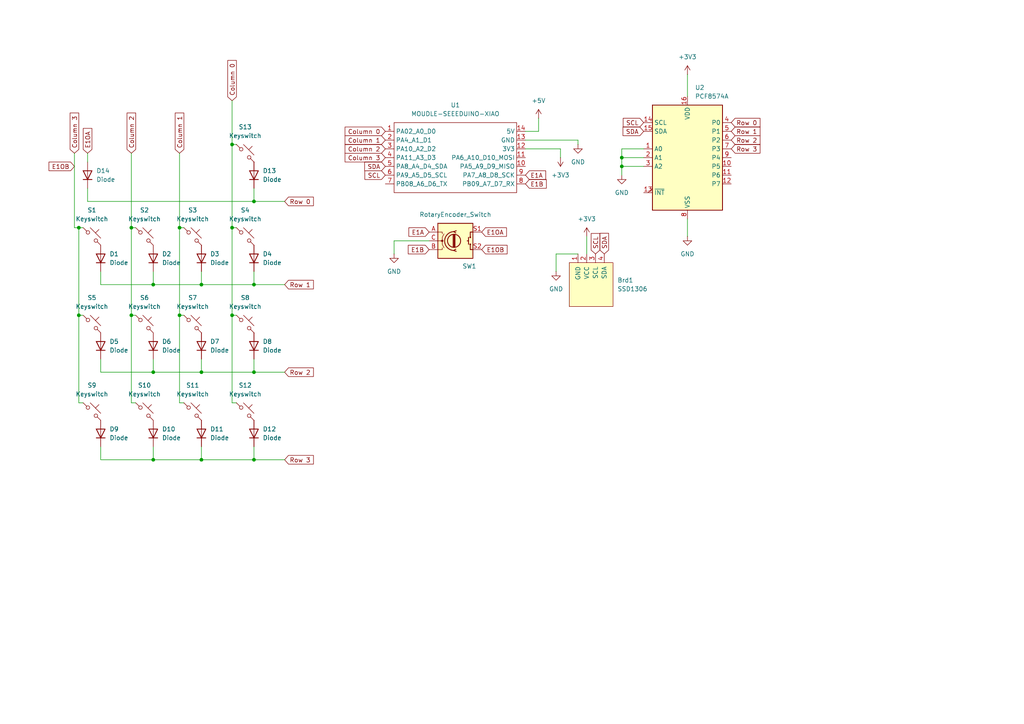
<source format=kicad_sch>
(kicad_sch (version 20231120) (generator "eeschema") (generator_version "8.0")
  (paper "A4")
  (lib_symbols
    (symbol "Device:RotaryEncoder_Switch" (pin_names (offset 0.254) hide)
      (property "Reference" "SW" (at 0 6.604 0))
      (property "Value" "RotaryEncoder_Switch" (at 0 -6.604 0))
      (symbol "RotaryEncoder_Switch_0_1"
        (rectangle (start -5.08 5.08) (end 5.08 -5.08) (stroke (width 0.254)) (fill (type background)))
        (circle (center -3.81 0) (radius 0.254) (fill (type outline)))
        (circle (center -0.381 0) (radius 1.905) (stroke (width 0.254)))
        (arc (start -0.381 2.667) (mid -3.0988 -0.0635) (end -0.381 -2.794) (stroke (width 0.254)))
        (polyline (pts (xy -0.635 -1.778) (xy -0.635 1.778)) (stroke (width 0.254)))
        (polyline (pts (xy -0.381 -1.778) (xy -0.381 1.778)) (stroke (width 0.254)))
        (polyline (pts (xy -0.127 1.778) (xy -0.127 -1.778)) (stroke (width 0.254)))
        (polyline (pts (xy 3.81 0) (xy 3.429 0)) (stroke (width 0.254)))
        (polyline (pts (xy 3.81 1.016) (xy 3.81 -1.016)) (stroke (width 0.254)))
        (polyline (pts (xy -5.08 -2.54) (xy -3.81 -2.54) (xy -3.81 -2.032)))
        (polyline (pts (xy -5.08 2.54) (xy -3.81 2.54) (xy -3.81 2.032)))
        (polyline (pts (xy 0.254 -3.048) (xy -0.508 -2.794) (xy 0.127 -2.413)) (stroke (width 0.254)))
        (polyline (pts (xy 0.254 2.921) (xy -0.508 2.667) (xy 0.127 2.286)) (stroke (width 0.254)))
        (polyline (pts (xy 5.08 -2.54) (xy 4.318 -2.54) (xy 4.318 -1.016)) (stroke (width 0.254)))
        (polyline (pts (xy 5.08 2.54) (xy 4.318 2.54) (xy 4.318 1.016)) (stroke (width 0.254)))
        (polyline (pts (xy -5.08 0) (xy -3.81 0) (xy -3.81 -1.016) (xy -3.302 -2.032)))
        (polyline (pts (xy -4.318 0) (xy -3.81 0) (xy -3.81 1.016) (xy -3.302 2.032)))
        (circle (center 4.318 -1.016) (radius 0.127) (stroke (width 0.254)))
        (circle (center 4.318 1.016) (radius 0.127) (stroke (width 0.254)))
      )
      (symbol "RotaryEncoder_Switch_1_1"
        (pin passive line (at -7.62 2.54 0) (length 2.54) (name "A") (number "A"))
        (pin passive line (at -7.62 -2.54 0) (length 2.54) (name "B") (number "B"))
        (pin passive line (at -7.62 0 0) (length 2.54) (name "C") (number "C"))
        (pin passive line (at 7.62 2.54 180) (length 2.54) (name "S1") (number "S1"))
        (pin passive line (at 7.62 -2.54 180) (length 2.54) (name "S2") (number "S2"))
      )
    )
    (symbol "Interface_Expansion:PCF8574A"
      (property "Reference" "U" (at -8.89 16.51 0))
      (property "Value" "PCF8574A" (at 2.54 16.51 0))
      (symbol "PCF8574A_0_1"
        (rectangle (start -10.16 15.24) (end 10.16 -15.24) (stroke (width 0.254)) (fill (type background)))
      )
      (symbol "PCF8574A_1_1"
        (pin input line (at -12.7 2.54 0) (length 2.54) (name "A0") (number "1"))
        (pin bidirectional line (at 12.7 -2.54 180) (length 2.54) (name "P5") (number "10"))
        (pin bidirectional line (at 12.7 -5.08 180) (length 2.54) (name "P6") (number "11"))
        (pin bidirectional line (at 12.7 -7.62 180) (length 2.54) (name "P7") (number "12"))
        (pin open_collector output_low (at -12.7 -10.16 0) (length 2.54) (name "~{INT}") (number "13"))
        (pin input line (at -12.7 10.16 0) (length 2.54) (name "SCL") (number "14"))
        (pin bidirectional line (at -12.7 7.62 0) (length 2.54) (name "SDA") (number "15"))
        (pin power_in line (at 0 17.78 270) (length 2.54) (name "VDD") (number "16"))
        (pin input line (at -12.7 0 0) (length 2.54) (name "A1") (number "2"))
        (pin input line (at -12.7 -2.54 0) (length 2.54) (name "A2") (number "3"))
        (pin bidirectional line (at 12.7 10.16 180) (length 2.54) (name "P0") (number "4"))
        (pin bidirectional line (at 12.7 7.62 180) (length 2.54) (name "P1") (number "5"))
        (pin bidirectional line (at 12.7 5.08 180) (length 2.54) (name "P2") (number "6"))
        (pin bidirectional line (at 12.7 2.54 180) (length 2.54) (name "P3") (number "7"))
        (pin power_in line (at 0 -17.78 90) (length 2.54) (name "VSS") (number "8"))
        (pin bidirectional line (at 12.7 0 180) (length 2.54) (name "P4") (number "9"))
      )
    )
    (symbol "SSD1306-128x64_OLED:SSD1306" (pin_names (offset 1.016))
      (property "Reference" "Brd" (at 0 -3.81 0))
      (property "Value" "SSD1306" (at 0 -1.27 0))
      (symbol "SSD1306_0_1"
        (rectangle (start -6.35 6.35) (end 6.35 -6.35) (fill (type background)))
      )
      (symbol "SSD1306_1_1"
        (pin input line (at -3.81 8.89 270) (length 2.54) (name "GND") (number "1"))
        (pin input line (at -1.27 8.89 270) (length 2.54) (name "VCC") (number "2"))
        (pin input line (at 1.27 8.89 270) (length 2.54) (name "SCL") (number "3"))
        (pin input line (at 3.81 8.89 270) (length 2.54) (name "SDA") (number "4"))
      )
    )
    (symbol "ScottoKeebs:Placeholder_Diode" (pin_numbers hide) (pin_names hide)
      (property "Reference" "D" (at 0 2.54 0))
      (property "Value" "Diode" (at 0 -2.54 0))
      (symbol "Placeholder_Diode_0_1"
        (polyline (pts (xy -1.27 1.27) (xy -1.27 -1.27)) (stroke (width 0.254)))
        (polyline (pts (xy 1.27 0) (xy -1.27 0)))
        (polyline (pts (xy 1.27 1.27) (xy 1.27 -1.27) (xy -1.27 0) (xy 1.27 1.27)) (stroke (width 0.254)))
      )
      (symbol "Placeholder_Diode_1_1"
        (pin passive line (at -3.81 0 0) (length 2.54) (name "K") (number "1"))
        (pin passive line (at 3.81 0 180) (length 2.54) (name "A") (number "2"))
      )
    )
    (symbol "ScottoKeebs:Placeholder_Keyswitch" (pin_numbers hide) (pin_names (offset 1.016) hide)
      (property "Reference" "S" (at 3.048 1.016 0))
      (property "Value" "Keyswitch" (at 0 -3.81 0))
      (symbol "Placeholder_Keyswitch_0_1"
        (circle (center -1.1684 1.1684) (radius 0.508))
        (polyline (pts (xy -0.508 2.54) (xy 2.54 -0.508)))
        (polyline (pts (xy 1.016 1.016) (xy 2.032 2.032)))
        (polyline (pts (xy -2.54 2.54) (xy -1.524 1.524) (xy -1.524 1.524)))
        (polyline (pts (xy 1.524 -1.524) (xy 2.54 -2.54) (xy 2.54 -2.54) (xy 2.54 -2.54)))
        (circle (center 1.143 -1.1938) (radius 0.508))
        (pin passive line (at -2.54 2.54 0) (length 0) (name "1") (number "1"))
        (pin passive line (at 2.54 -2.54 180) (length 0) (name "2") (number "2"))
      )
    )
    (symbol "XIAO_RP2040:MOUDLE-SEEEDUINO-XIAO"
      (property "Reference" "U" (at -16.51 11.43 0))
      (property "Value" "MOUDLE-SEEEDUINO-XIAO" (at -3.81 -11.43 0))
      (symbol "MOUDLE-SEEEDUINO-XIAO_0_1"
        (rectangle (start -16.51 10.16) (end 19.05 -10.16))
      )
      (symbol "MOUDLE-SEEEDUINO-XIAO_1_1"
        (pin passive line (at -19.05 7.62 0) (length 2.54) (name "PA02_A0_D0") (number "1"))
        (pin passive line (at 21.59 -2.54 180) (length 2.54) (name "PA5_A9_D9_MISO") (number "10"))
        (pin passive line (at 21.59 0 180) (length 2.54) (name "PA6_A10_D10_MOSI") (number "11"))
        (pin passive line (at 21.59 2.54 180) (length 2.54) (name "3V3") (number "12"))
        (pin passive line (at 21.59 5.08 180) (length 2.54) (name "GND") (number "13"))
        (pin passive line (at 21.59 7.62 180) (length 2.54) (name "5V") (number "14"))
        (pin passive line (at -19.05 5.08 0) (length 2.54) (name "PA4_A1_D1") (number "2"))
        (pin passive line (at -19.05 2.54 0) (length 2.54) (name "PA10_A2_D2") (number "3"))
        (pin passive line (at -19.05 0 0) (length 2.54) (name "PA11_A3_D3") (number "4"))
        (pin passive line (at -19.05 -2.54 0) (length 2.54) (name "PA8_A4_D4_SDA") (number "5"))
        (pin passive line (at -19.05 -5.08 0) (length 2.54) (name "PA9_A5_D5_SCL") (number "6"))
        (pin passive line (at -19.05 -7.62 0) (length 2.54) (name "PB08_A6_D6_TX") (number "7"))
        (pin passive line (at 21.59 -7.62 180) (length 2.54) (name "PB09_A7_D7_RX") (number "8"))
        (pin passive line (at 21.59 -5.08 180) (length 2.54) (name "PA7_A8_D8_SCK") (number "9"))
      )
    )
    (symbol "power:+3V3" (power) (pin_numbers hide) (pin_names (offset 0) hide)
      (property "Value" "+3V3" (at 0 3.556 0))
      (symbol "+3V3_0_1"
        (polyline (pts (xy -0.762 1.27) (xy 0 2.54)))
        (polyline (pts (xy 0 0) (xy 0 2.54)))
        (polyline (pts (xy 0 2.54) (xy 0.762 1.27)))
      )
      (symbol "+3V3_1_1"
        (pin power_in line (at 0 0 90) (length 0) (name "~") (number "1"))
      )
    )
    (symbol "power:+5V" (power) (pin_numbers hide) (pin_names (offset 0) hide)
      (property "Value" "+5V" (at 0 3.556 0))
      (symbol "+5V_0_1"
        (polyline (pts (xy -0.762 1.27) (xy 0 2.54)))
        (polyline (pts (xy 0 0) (xy 0 2.54)))
        (polyline (pts (xy 0 2.54) (xy 0.762 1.27)))
      )
      (symbol "+5V_1_1"
        (pin power_in line (at 0 0 90) (length 0) (name "~") (number "1"))
      )
    )
    (symbol "power:GND" (power) (pin_numbers hide) (pin_names (offset 0) hide)
      (property "Value" "GND" (at 0 -3.81 0))
      (symbol "GND_0_1"
        (polyline (pts (xy 0 0) (xy 0 -1.27) (xy 1.27 -1.27) (xy 0 -2.54) (xy -1.27 -1.27) (xy 0 -1.27)))
      )
      (symbol "GND_1_1"
        (pin power_in line (at 0 0 270) (length 0) (name "~") (number "1"))
      )
    )
  )
  (junction (at 67.31 66.04))
  (junction (at 73.66 58.42))
  (junction (at 38.1 91.44))
  (junction (at 73.66 133.35))
  (junction (at 22.86 91.44))
  (junction (at 52.07 66.04))
  (junction (at 73.66 107.95))
  (junction (at 58.42 82.55))
  (junction (at 67.31 91.44))
  (junction (at 22.86 66.04))
  (junction (at 58.42 107.95))
  (junction (at 73.66 82.55))
  (junction (at 180.34 48.26))
  (junction (at 180.34 45.72))
  (junction (at 67.31 41.91))
  (junction (at 44.45 133.35))
  (junction (at 38.1 66.04))
  (junction (at 44.45 107.95))
  (junction (at 58.42 133.35))
  (junction (at 44.45 82.55))
  (junction (at 52.07 91.44))
  (wire (pts (xy 67.31 116.84) (xy 67.31 91.44)))
  (wire (pts (xy 44.45 78.74) (xy 44.45 82.55)))
  (wire (pts (xy 22.86 91.44) (xy 22.86 66.04)))
  (wire (pts (xy 167.64 40.64) (xy 167.64 41.91)))
  (wire (pts (xy 39.37 91.44) (xy 38.1 91.44)))
  (wire (pts (xy 44.45 107.95) (xy 58.42 107.95)))
  (wire (pts (xy 44.45 82.55) (xy 58.42 82.55)))
  (wire (pts (xy 186.69 45.72) (xy 180.34 45.72)))
  (wire (pts (xy 29.21 133.35) (xy 44.45 133.35)))
  (wire (pts (xy 161.29 73.66) (xy 161.29 78.74)))
  (wire (pts (xy 180.34 48.26) (xy 186.69 48.26)))
  (wire (pts (xy 180.34 45.72) (xy 180.34 48.26)))
  (wire (pts (xy 58.42 129.54) (xy 58.42 133.35)))
  (wire (pts (xy 67.31 91.44) (xy 67.31 66.04)))
  (wire (pts (xy 68.58 116.84) (xy 67.31 116.84)))
  (wire (pts (xy 38.1 91.44) (xy 38.1 66.04)))
  (wire (pts (xy 39.37 116.84) (xy 38.1 116.84)))
  (wire (pts (xy 73.66 58.42) (xy 73.66 54.61)))
  (wire (pts (xy 21.59 44.45) (xy 21.59 66.04)))
  (wire (pts (xy 58.42 78.74) (xy 58.42 82.55)))
  (wire (pts (xy 58.42 107.95) (xy 73.66 107.95)))
  (wire (pts (xy 82.55 82.55) (xy 73.66 82.55)))
  (wire (pts (xy 21.59 66.04) (xy 22.86 66.04)))
  (wire (pts (xy 38.1 116.84) (xy 38.1 91.44)))
  (wire (pts (xy 53.34 91.44) (xy 52.07 91.44)))
  (wire (pts (xy 24.13 91.44) (xy 22.86 91.44)))
  (wire (pts (xy 29.21 78.74) (xy 29.21 82.55)))
  (wire (pts (xy 44.45 129.54) (xy 44.45 133.35)))
  (wire (pts (xy 25.4 44.45) (xy 25.4 46.99)))
  (wire (pts (xy 170.18 68.58) (xy 170.18 73.66)))
  (wire (pts (xy 67.31 66.04) (xy 67.31 41.91)))
  (wire (pts (xy 29.21 104.14) (xy 29.21 107.95)))
  (wire (pts (xy 180.34 50.8) (xy 180.34 48.26)))
  (wire (pts (xy 25.4 58.42) (xy 73.66 58.42)))
  (wire (pts (xy 73.66 82.55) (xy 73.66 78.74)))
  (wire (pts (xy 152.4 38.1) (xy 156.21 38.1)))
  (wire (pts (xy 29.21 129.54) (xy 29.21 133.35)))
  (wire (pts (xy 44.45 133.35) (xy 58.42 133.35)))
  (wire (pts (xy 52.07 91.44) (xy 52.07 66.04)))
  (wire (pts (xy 180.34 43.18) (xy 180.34 45.72)))
  (wire (pts (xy 58.42 82.55) (xy 73.66 82.55)))
  (wire (pts (xy 82.55 133.35) (xy 73.66 133.35)))
  (wire (pts (xy 156.21 38.1) (xy 156.21 34.29)))
  (wire (pts (xy 29.21 107.95) (xy 44.45 107.95)))
  (wire (pts (xy 22.86 116.84) (xy 22.86 91.44)))
  (wire (pts (xy 52.07 44.45) (xy 52.07 66.04)))
  (wire (pts (xy 22.86 66.04) (xy 24.13 66.04)))
  (wire (pts (xy 24.13 116.84) (xy 22.86 116.84)))
  (wire (pts (xy 67.31 41.91) (xy 68.58 41.91)))
  (wire (pts (xy 52.07 116.84) (xy 52.07 91.44)))
  (wire (pts (xy 58.42 133.35) (xy 73.66 133.35)))
  (wire (pts (xy 38.1 66.04) (xy 39.37 66.04)))
  (wire (pts (xy 73.66 133.35) (xy 73.66 129.54)))
  (wire (pts (xy 67.31 29.21) (xy 67.31 41.91)))
  (wire (pts (xy 199.39 63.5) (xy 199.39 68.58)))
  (wire (pts (xy 53.34 116.84) (xy 52.07 116.84)))
  (wire (pts (xy 124.46 69.85) (xy 114.3 69.85)))
  (wire (pts (xy 82.55 58.42) (xy 73.66 58.42)))
  (wire (pts (xy 199.39 21.59) (xy 199.39 27.94)))
  (wire (pts (xy 82.55 107.95) (xy 73.66 107.95)))
  (wire (pts (xy 25.4 54.61) (xy 25.4 58.42)))
  (wire (pts (xy 68.58 91.44) (xy 67.31 91.44)))
  (wire (pts (xy 29.21 82.55) (xy 44.45 82.55)))
  (wire (pts (xy 186.69 43.18) (xy 180.34 43.18)))
  (wire (pts (xy 38.1 44.45) (xy 38.1 66.04)))
  (wire (pts (xy 162.56 45.72) (xy 162.56 43.18)))
  (wire (pts (xy 44.45 104.14) (xy 44.45 107.95)))
  (wire (pts (xy 68.58 66.04) (xy 67.31 66.04)))
  (wire (pts (xy 167.64 73.66) (xy 161.29 73.66)))
  (wire (pts (xy 52.07 66.04) (xy 53.34 66.04)))
  (wire (pts (xy 73.66 107.95) (xy 73.66 104.14)))
  (wire (pts (xy 114.3 69.85) (xy 114.3 73.66)))
  (wire (pts (xy 58.42 104.14) (xy 58.42 107.95)))
  (wire (pts (xy 152.4 40.64) (xy 167.64 40.64)))
  (wire (pts (xy 162.56 43.18) (xy 152.4 43.18)))
  (global_label "SDA" (shape input) (at 111.76 48.26 180) (property "Intersheetrefs" "${INTERSHEET_REFS}" (effects (hide yes))))
  (global_label "Column 3" (shape input) (at 111.76 45.72 180) (property "Intersheetrefs" "${INTERSHEET_REFS}" (effects (hide yes))))
  (global_label "Column 1" (shape input) (at 52.07 44.45 90) (property "Intersheetrefs" "${INTERSHEET_REFS}" (effects (hide yes))))
  (global_label "Row 2" (shape input) (at 212.09 40.64 0) (property "Intersheetrefs" "${INTERSHEET_REFS}" (effects (hide yes))))
  (global_label "SCL" (shape input) (at 111.76 50.8 180) (property "Intersheetrefs" "${INTERSHEET_REFS}" (effects (hide yes))))
  (global_label "SDA" (shape input) (at 186.69 38.1 180) (property "Intersheetrefs" "${INTERSHEET_REFS}" (effects (hide yes))))
  (global_label "E1B" (shape input) (at 124.46 72.39 180) (property "Intersheetrefs" "${INTERSHEET_REFS}" (effects (hide yes))))
  (global_label "Column 2" (shape input) (at 38.1 44.45 90) (property "Intersheetrefs" "${INTERSHEET_REFS}" (effects (hide yes))))
  (global_label "Row 3" (shape input) (at 82.55 133.35 0) (property "Intersheetrefs" "${INTERSHEET_REFS}" (effects (hide yes))))
  (global_label "Row 3" (shape input) (at 212.09 43.18 0) (property "Intersheetrefs" "${INTERSHEET_REFS}" (effects (hide yes))))
  (global_label "SCL" (shape input) (at 186.69 35.56 180) (property "Intersheetrefs" "${INTERSHEET_REFS}" (effects (hide yes))))
  (global_label "E1OB" (shape input) (at 139.7 72.39 0) (property "Intersheetrefs" "${INTERSHEET_REFS}" (effects (hide yes))))
  (global_label "Column 1" (shape input) (at 111.76 40.64 180) (property "Intersheetrefs" "${INTERSHEET_REFS}" (effects (hide yes))))
  (global_label "E1OA" (shape input) (at 139.7 67.31 0) (property "Intersheetrefs" "${INTERSHEET_REFS}" (effects (hide yes))))
  (global_label "SDA" (shape input) (at 175.26 73.66 90) (property "Intersheetrefs" "${INTERSHEET_REFS}" (effects (hide yes))))
  (global_label "E1OA" (shape input) (at 25.4 44.45 90) (property "Intersheetrefs" "${INTERSHEET_REFS}" (effects (hide yes))))
  (global_label "Column 3" (shape input) (at 21.59 44.45 90) (property "Intersheetrefs" "${INTERSHEET_REFS}" (effects (hide yes))))
  (global_label "E1B" (shape input) (at 152.4 53.34 0) (property "Intersheetrefs" "${INTERSHEET_REFS}" (effects (hide yes))))
  (global_label "E1OB" (shape input) (at 21.59 48.26 180) (property "Intersheetrefs" "${INTERSHEET_REFS}" (effects (hide yes))))
  (global_label "Row 1" (shape input) (at 82.55 82.55 0) (property "Intersheetrefs" "${INTERSHEET_REFS}" (effects (hide yes))))
  (global_label "Row 0" (shape input) (at 212.09 35.56 0) (property "Intersheetrefs" "${INTERSHEET_REFS}" (effects (hide yes))))
  (global_label "SCL" (shape input) (at 172.72 73.66 90) (property "Intersheetrefs" "${INTERSHEET_REFS}" (effects (hide yes))))
  (global_label "Column 2" (shape input) (at 111.76 43.18 180) (property "Intersheetrefs" "${INTERSHEET_REFS}" (effects (hide yes))))
  (global_label "E1A" (shape input) (at 152.4 50.8 0) (property "Intersheetrefs" "${INTERSHEET_REFS}" (effects (hide yes))))
  (global_label "Row 1" (shape input) (at 212.09 38.1 0) (property "Intersheetrefs" "${INTERSHEET_REFS}" (effects (hide yes))))
  (global_label "Column 0" (shape input) (at 111.76 38.1 180) (property "Intersheetrefs" "${INTERSHEET_REFS}" (effects (hide yes))))
  (global_label "Row 2" (shape input) (at 82.55 107.95 0) (property "Intersheetrefs" "${INTERSHEET_REFS}" (effects (hide yes))))
  (global_label "E1A" (shape input) (at 124.46 67.31 180) (property "Intersheetrefs" "${INTERSHEET_REFS}" (effects (hide yes))))
  (global_label "Row 0" (shape input) (at 82.55 58.42 0) (property "Intersheetrefs" "${INTERSHEET_REFS}" (effects (hide yes))))
  (global_label "Column 0" (shape input) (at 67.31 29.21 90) (property "Intersheetrefs" "${INTERSHEET_REFS}" (effects (hide yes))))
  (symbol (lib_id "ScottoKeebs:Placeholder_Keyswitch") (at 71.12 93.98 0) (unit 1)
    (property "Reference" "S8" (at 71.12 86.36 0))
    (property "Value" "Keyswitch" (at 71.12 88.9 0))
    (property "Footprint" "Button_Switch_Keyboard:SW_Cherry_MX_1.00u_PCB" (effects (hide yes)))
    (property "Description" "Push button switch, normally open, two pins, 45° tilted" (effects (hide yes)))
  )
  (symbol (lib_id "ScottoKeebs:Placeholder_Keyswitch") (at 26.67 68.58 0) (unit 1)
    (property "Reference" "S1" (at 26.67 60.96 0))
    (property "Value" "Keyswitch" (at 26.67 63.5 0))
    (property "Footprint" "Button_Switch_Keyboard:SW_Cherry_MX_1.00u_PCB" (effects (hide yes)))
    (property "Description" "Push button switch, normally open, two pins, 45° tilted" (effects (hide yes)))
  )
  (symbol (lib_id "Interface_Expansion:PCF8574A") (at 199.39 45.72 0) (unit 1)
    (property "Reference" "U2" (at 201.5841 25.4 0) (effects (justify left)))
    (property "Value" "PCF8574A" (at 201.5841 27.94 0) (effects (justify left)))
    (property "Footprint" "footprintss:N16" (effects (hide yes)))
    (property "Datasheet" "http://www.nxp.com/docs/en/data-sheet/PCF8574_PCF8574A.pdf" (effects (hide yes)))
    (property "Description" "8 Bit Port/Expander to I2C Bus, DIP/SOIC-16" (effects (hide yes)))
  )
  (symbol (lib_id "power:GND") (at 180.34 50.8 0) (unit 1)
    (property "Reference" "#PWR06" (effects (hide yes)))
    (property "Value" "GND" (at 180.34 55.88 0))
    (property "Description" "Power symbol creates a global label with name \"GND\" , ground" (effects (hide yes)))
  )
  (symbol (lib_id "ScottoKeebs:Placeholder_Diode") (at 44.45 100.33 90) (unit 1)
    (property "Reference" "D6" (at 46.99 99.0599 90) (effects (justify right)))
    (property "Value" "Diode" (at 46.99 101.5999 90) (effects (justify right)))
    (property "Footprint" "ScottoKeebs_Components:Diode_DO-35" (effects (hide yes)))
    (property "Description" "1N4148 (DO-35) or 1N4148W (SOD-123)" (effects (hide yes)))
    (property "Sim.Device" "D" (effects (hide yes)))
    (property "Sim.Pins" "1=K 2=A" (effects (hide yes)))
  )
  (symbol (lib_id "ScottoKeebs:Placeholder_Keyswitch") (at 71.12 68.58 0) (unit 1)
    (property "Reference" "S4" (at 71.12 60.96 0))
    (property "Value" "Keyswitch" (at 71.12 63.5 0))
    (property "Footprint" "Button_Switch_Keyboard:SW_Cherry_MX_1.00u_PCB" (effects (hide yes)))
    (property "Description" "Push button switch, normally open, two pins, 45° tilted" (effects (hide yes)))
  )
  (symbol (lib_id "ScottoKeebs:Placeholder_Diode") (at 44.45 74.93 90) (unit 1)
    (property "Reference" "D2" (at 46.99 73.6599 90) (effects (justify right)))
    (property "Value" "Diode" (at 46.99 76.1999 90) (effects (justify right)))
    (property "Footprint" "ScottoKeebs_Components:Diode_DO-35" (effects (hide yes)))
    (property "Description" "1N4148 (DO-35) or 1N4148W (SOD-123)" (effects (hide yes)))
    (property "Sim.Device" "D" (effects (hide yes)))
    (property "Sim.Pins" "1=K 2=A" (effects (hide yes)))
  )
  (symbol (lib_id "ScottoKeebs:Placeholder_Keyswitch") (at 55.88 93.98 0) (unit 1)
    (property "Reference" "S7" (at 55.88 86.36 0))
    (property "Value" "Keyswitch" (at 55.88 88.9 0))
    (property "Footprint" "Button_Switch_Keyboard:SW_Cherry_MX_1.00u_PCB" (effects (hide yes)))
    (property "Description" "Push button switch, normally open, two pins, 45° tilted" (effects (hide yes)))
  )
  (symbol (lib_id "ScottoKeebs:Placeholder_Diode") (at 73.66 125.73 90) (unit 1)
    (property "Reference" "D12" (at 76.2 124.4599 90) (effects (justify right)))
    (property "Value" "Diode" (at 76.2 126.9999 90) (effects (justify right)))
    (property "Footprint" "ScottoKeebs_Components:Diode_DO-35" (effects (hide yes)))
    (property "Description" "1N4148 (DO-35) or 1N4148W (SOD-123)" (effects (hide yes)))
    (property "Sim.Device" "D" (effects (hide yes)))
    (property "Sim.Pins" "1=K 2=A" (effects (hide yes)))
  )
  (symbol (lib_id "power:+3V3") (at 162.56 45.72 180) (unit 1)
    (property "Reference" "#PWR09" (effects (hide yes)))
    (property "Value" "+3V3" (at 162.56 50.8 0))
    (property "Description" "Power symbol creates a global label with name \"+3V3\"" (effects (hide yes)))
  )
  (symbol (lib_id "power:+3V3") (at 170.18 68.58 0) (unit 1)
    (property "Reference" "#PWR01" (effects (hide yes)))
    (property "Value" "+3V3" (at 170.18 63.5 0))
    (property "Description" "Power symbol creates a global label with name \"+3V3\"" (effects (hide yes)))
  )
  (symbol (lib_id "ScottoKeebs:Placeholder_Diode") (at 29.21 74.93 90) (unit 1)
    (property "Reference" "D1" (at 31.75 73.6599 90) (effects (justify right)))
    (property "Value" "Diode" (at 31.75 76.1999 90) (effects (justify right)))
    (property "Footprint" "ScottoKeebs_Components:Diode_DO-35" (effects (hide yes)))
    (property "Description" "1N4148 (DO-35) or 1N4148W (SOD-123)" (effects (hide yes)))
    (property "Sim.Device" "D" (effects (hide yes)))
    (property "Sim.Pins" "1=K 2=A" (effects (hide yes)))
  )
  (symbol (lib_id "power:GND") (at 167.64 41.91 0) (unit 1)
    (property "Reference" "#PWR02" (effects (hide yes)))
    (property "Value" "GND" (at 167.64 46.99 0))
    (property "Description" "Power symbol creates a global label with name \"GND\" , ground" (effects (hide yes)))
  )
  (symbol (lib_id "power:+5V") (at 156.21 34.29 0) (unit 1)
    (property "Reference" "#PWR010" (effects (hide yes)))
    (property "Value" "+5V" (at 156.21 29.21 0))
    (property "Description" "Power symbol creates a global label with name \"+5V\"" (effects (hide yes)))
  )
  (symbol (lib_id "ScottoKeebs:Placeholder_Keyswitch") (at 26.67 119.38 0) (unit 1)
    (property "Reference" "S9" (at 26.67 111.76 0))
    (property "Value" "Keyswitch" (at 26.67 114.3 0))
    (property "Footprint" "Button_Switch_Keyboard:SW_Cherry_MX_1.00u_PCB" (effects (hide yes)))
    (property "Description" "Push button switch, normally open, two pins, 45° tilted" (effects (hide yes)))
  )
  (symbol (lib_id "ScottoKeebs:Placeholder_Diode") (at 58.42 125.73 90) (unit 1)
    (property "Reference" "D11" (at 60.96 124.4599 90) (effects (justify right)))
    (property "Value" "Diode" (at 60.96 126.9999 90) (effects (justify right)))
    (property "Footprint" "ScottoKeebs_Components:Diode_DO-35" (effects (hide yes)))
    (property "Description" "1N4148 (DO-35) or 1N4148W (SOD-123)" (effects (hide yes)))
    (property "Sim.Device" "D" (effects (hide yes)))
    (property "Sim.Pins" "1=K 2=A" (effects (hide yes)))
  )
  (symbol (lib_id "SSD1306-128x64_OLED:SSD1306") (at 171.45 82.55 0) (unit 1)
    (property "Reference" "Brd1" (at 179.07 81.2799 0) (effects (justify left)))
    (property "Value" "SSD1306" (at 179.07 83.8199 0) (effects (justify left)))
    (property "Footprint" "ScottoKeebs_Components:OLED_128x32" (effects (hide yes)))
    (property "Description" "SSD1306 OLED" (effects (hide yes)))
  )
  (symbol (lib_id "ScottoKeebs:Placeholder_Keyswitch") (at 41.91 93.98 0) (unit 1)
    (property "Reference" "S6" (at 41.91 86.36 0))
    (property "Value" "Keyswitch" (at 41.91 88.9 0))
    (property "Footprint" "Button_Switch_Keyboard:SW_Cherry_MX_1.00u_PCB" (effects (hide yes)))
    (property "Description" "Push button switch, normally open, two pins, 45° tilted" (effects (hide yes)))
  )
  (symbol (lib_id "ScottoKeebs:Placeholder_Diode") (at 58.42 100.33 90) (unit 1)
    (property "Reference" "D7" (at 60.96 99.0599 90) (effects (justify right)))
    (property "Value" "Diode" (at 60.96 101.5999 90) (effects (justify right)))
    (property "Footprint" "ScottoKeebs_Components:Diode_DO-35" (effects (hide yes)))
    (property "Description" "1N4148 (DO-35) or 1N4148W (SOD-123)" (effects (hide yes)))
    (property "Sim.Device" "D" (effects (hide yes)))
    (property "Sim.Pins" "1=K 2=A" (effects (hide yes)))
  )
  (symbol (lib_id "ScottoKeebs:Placeholder_Keyswitch") (at 41.91 119.38 0) (unit 1)
    (property "Reference" "S10" (at 41.91 111.76 0))
    (property "Value" "Keyswitch" (at 41.91 114.3 0))
    (property "Footprint" "Button_Switch_Keyboard:SW_Cherry_MX_1.00u_PCB" (effects (hide yes)))
    (property "Description" "Push button switch, normally open, two pins, 45° tilted" (effects (hide yes)))
  )
  (symbol (lib_id "power:GND") (at 161.29 78.74 0) (unit 1)
    (property "Reference" "#PWR05" (effects (hide yes)))
    (property "Value" "GND" (at 161.29 83.82 0))
    (property "Description" "Power symbol creates a global label with name \"GND\" , ground" (effects (hide yes)))
  )
  (symbol (lib_id "ScottoKeebs:Placeholder_Keyswitch") (at 55.88 68.58 0) (unit 1)
    (property "Reference" "S3" (at 55.88 60.96 0))
    (property "Value" "Keyswitch" (at 55.88 63.5 0))
    (property "Footprint" "Button_Switch_Keyboard:SW_Cherry_MX_1.00u_PCB" (effects (hide yes)))
    (property "Description" "Push button switch, normally open, two pins, 45° tilted" (effects (hide yes)))
  )
  (symbol (lib_id "ScottoKeebs:Placeholder_Keyswitch") (at 55.88 119.38 0) (unit 1)
    (property "Reference" "S11" (at 55.88 111.76 0))
    (property "Value" "Keyswitch" (at 55.88 114.3 0))
    (property "Footprint" "Button_Switch_Keyboard:SW_Cherry_MX_1.00u_PCB" (effects (hide yes)))
    (property "Description" "Push button switch, normally open, two pins, 45° tilted" (effects (hide yes)))
  )
  (symbol (lib_id "ScottoKeebs:Placeholder_Diode") (at 25.4 50.8 90) (unit 1)
    (property "Reference" "D14" (at 27.94 49.5299 90) (effects (justify right)))
    (property "Value" "Diode" (at 27.94 52.0699 90) (effects (justify right)))
    (property "Footprint" "ScottoKeebs_Components:Diode_DO-35" (effects (hide yes)))
    (property "Description" "1N4148 (DO-35) or 1N4148W (SOD-123)" (effects (hide yes)))
    (property "Sim.Device" "D" (effects (hide yes)))
    (property "Sim.Pins" "1=K 2=A" (effects (hide yes)))
  )
  (symbol (lib_id "ScottoKeebs:Placeholder_Diode") (at 73.66 74.93 90) (unit 1)
    (property "Reference" "D4" (at 76.2 73.6599 90) (effects (justify right)))
    (property "Value" "Diode" (at 76.2 76.1999 90) (effects (justify right)))
    (property "Footprint" "ScottoKeebs_Components:Diode_DO-35" (effects (hide yes)))
    (property "Description" "1N4148 (DO-35) or 1N4148W (SOD-123)" (effects (hide yes)))
    (property "Sim.Device" "D" (effects (hide yes)))
    (property "Sim.Pins" "1=K 2=A" (effects (hide yes)))
  )
  (symbol (lib_id "power:+3V3") (at 199.39 21.59 0) (unit 1)
    (property "Reference" "#PWR08" (effects (hide yes)))
    (property "Value" "+3V3" (at 199.39 16.51 0))
    (property "Description" "Power symbol creates a global label with name \"+3V3\"" (effects (hide yes)))
  )
  (symbol (lib_id "XIAO_RP2040:MOUDLE-SEEEDUINO-XIAO") (at 130.81 45.72 0) (unit 1)
    (property "Reference" "U1" (at 132.08 30.48 0))
    (property "Value" "MOUDLE-SEEEDUINO-XIAO" (at 132.08 33.02 0))
    (property "Footprint" "footprints:XIAO-Generic-Hybrid-14P-2.54-21X17.8MM" (effects (hide yes)))
  )
  (symbol (lib_id "ScottoKeebs:Placeholder_Diode") (at 73.66 50.8 90) (unit 1)
    (property "Reference" "D13" (at 76.2 49.5299 90) (effects (justify right)))
    (property "Value" "Diode" (at 76.2 52.0699 90) (effects (justify right)))
    (property "Footprint" "ScottoKeebs_Components:Diode_DO-35" (effects (hide yes)))
    (property "Description" "1N4148 (DO-35) or 1N4148W (SOD-123)" (effects (hide yes)))
    (property "Sim.Device" "D" (effects (hide yes)))
    (property "Sim.Pins" "1=K 2=A" (effects (hide yes)))
  )
  (symbol (lib_id "ScottoKeebs:Placeholder_Diode") (at 29.21 125.73 90) (unit 1)
    (property "Reference" "D9" (at 31.75 124.4599 90) (effects (justify right)))
    (property "Value" "Diode" (at 31.75 126.9999 90) (effects (justify right)))
    (property "Footprint" "ScottoKeebs_Components:Diode_DO-35" (effects (hide yes)))
    (property "Description" "1N4148 (DO-35) or 1N4148W (SOD-123)" (effects (hide yes)))
    (property "Sim.Device" "D" (effects (hide yes)))
    (property "Sim.Pins" "1=K 2=A" (effects (hide yes)))
  )
  (symbol (lib_id "ScottoKeebs:Placeholder_Keyswitch") (at 26.67 93.98 0) (unit 1)
    (property "Reference" "S5" (at 26.67 86.36 0))
    (property "Value" "Keyswitch" (at 26.67 88.9 0))
    (property "Footprint" "Button_Switch_Keyboard:SW_Cherry_MX_1.00u_PCB" (effects (hide yes)))
    (property "Description" "Push button switch, normally open, two pins, 45° tilted" (effects (hide yes)))
  )
  (symbol (lib_id "ScottoKeebs:Placeholder_Diode") (at 44.45 125.73 90) (unit 1)
    (property "Reference" "D10" (at 46.99 124.4599 90) (effects (justify right)))
    (property "Value" "Diode" (at 46.99 126.9999 90) (effects (justify right)))
    (property "Footprint" "ScottoKeebs_Components:Diode_DO-35" (effects (hide yes)))
    (property "Description" "1N4148 (DO-35) or 1N4148W (SOD-123)" (effects (hide yes)))
    (property "Sim.Device" "D" (effects (hide yes)))
    (property "Sim.Pins" "1=K 2=A" (effects (hide yes)))
  )
  (symbol (lib_id "ScottoKeebs:Placeholder_Diode") (at 58.42 74.93 90) (unit 1)
    (property "Reference" "D3" (at 60.96 73.6599 90) (effects (justify right)))
    (property "Value" "Diode" (at 60.96 76.1999 90) (effects (justify right)))
    (property "Footprint" "ScottoKeebs_Components:Diode_DO-35" (effects (hide yes)))
    (property "Description" "1N4148 (DO-35) or 1N4148W (SOD-123)" (effects (hide yes)))
    (property "Sim.Device" "D" (effects (hide yes)))
    (property "Sim.Pins" "1=K 2=A" (effects (hide yes)))
  )
  (symbol (lib_id "Device:RotaryEncoder_Switch") (at 132.08 69.85 0) (unit 1)
    (property "Reference" "SW1" (at 136.144 77.216 0))
    (property "Value" "RotaryEncoder_Switch" (at 132.08 62.23 0))
    (property "Footprint" "Rotary_Encoder:RotaryEncoder_Alps_EC11E-Switch_Vertical_H20mm" (effects (hide yes)))
    (property "Description" "Rotary encoder, dual channel, incremental quadrate outputs, with switch" (effects (hide yes)))
  )
  (symbol (lib_id "ScottoKeebs:Placeholder_Keyswitch") (at 41.91 68.58 0) (unit 1)
    (property "Reference" "S2" (at 41.91 60.96 0))
    (property "Value" "Keyswitch" (at 41.91 63.5 0))
    (property "Footprint" "Button_Switch_Keyboard:SW_Cherry_MX_1.00u_PCB" (effects (hide yes)))
    (property "Description" "Push button switch, normally open, two pins, 45° tilted" (effects (hide yes)))
  )
  (symbol (lib_id "power:GND") (at 114.3 73.66 0) (unit 1)
    (property "Reference" "#PWR03" (effects (hide yes)))
    (property "Value" "GND" (at 114.3 78.74 0))
    (property "Description" "Power symbol creates a global label with name \"GND\" , ground" (effects (hide yes)))
  )
  (symbol (lib_id "ScottoKeebs:Placeholder_Diode") (at 29.21 100.33 90) (unit 1)
    (property "Reference" "D5" (at 31.75 99.0599 90) (effects (justify right)))
    (property "Value" "Diode" (at 31.75 101.5999 90) (effects (justify right)))
    (property "Footprint" "ScottoKeebs_Components:Diode_DO-35" (effects (hide yes)))
    (property "Description" "1N4148 (DO-35) or 1N4148W (SOD-123)" (effects (hide yes)))
    (property "Sim.Device" "D" (effects (hide yes)))
    (property "Sim.Pins" "1=K 2=A" (effects (hide yes)))
  )
  (symbol (lib_id "power:GND") (at 199.39 68.58 0) (unit 1)
    (property "Reference" "#PWR07" (effects (hide yes)))
    (property "Value" "GND" (at 199.39 73.66 0))
    (property "Description" "Power symbol creates a global label with name \"GND\" , ground" (effects (hide yes)))
  )
  (symbol (lib_id "ScottoKeebs:Placeholder_Keyswitch") (at 71.12 44.45 0) (unit 1)
    (property "Reference" "S13" (at 71.12 36.83 0))
    (property "Value" "Keyswitch" (at 71.12 39.37 0))
    (property "Footprint" "Button_Switch_Keyboard:SW_Cherry_MX_1.00u_PCB" (effects (hide yes)))
    (property "Description" "Push button switch, normally open, two pins, 45° tilted" (effects (hide yes)))
  )
  (symbol (lib_id "ScottoKeebs:Placeholder_Keyswitch") (at 71.12 119.38 0) (unit 1)
    (property "Reference" "S12" (at 71.12 111.76 0))
    (property "Value" "Keyswitch" (at 71.12 114.3 0))
    (property "Footprint" "Button_Switch_Keyboard:SW_Cherry_MX_1.00u_PCB" (effects (hide yes)))
    (property "Description" "Push button switch, normally open, two pins, 45° tilted" (effects (hide yes)))
  )
  (symbol (lib_id "ScottoKeebs:Placeholder_Diode") (at 73.66 100.33 90) (unit 1)
    (property "Reference" "D8" (at 76.2 99.0599 90) (effects (justify right)))
    (property "Value" "Diode" (at 76.2 101.5999 90) (effects (justify right)))
    (property "Footprint" "ScottoKeebs_Components:Diode_DO-35" (effects (hide yes)))
    (property "Description" "1N4148 (DO-35) or 1N4148W (SOD-123)" (effects (hide yes)))
    (property "Sim.Device" "D" (effects (hide yes)))
    (property "Sim.Pins" "1=K 2=A" (effects (hide yes)))
  )
)
</source>
